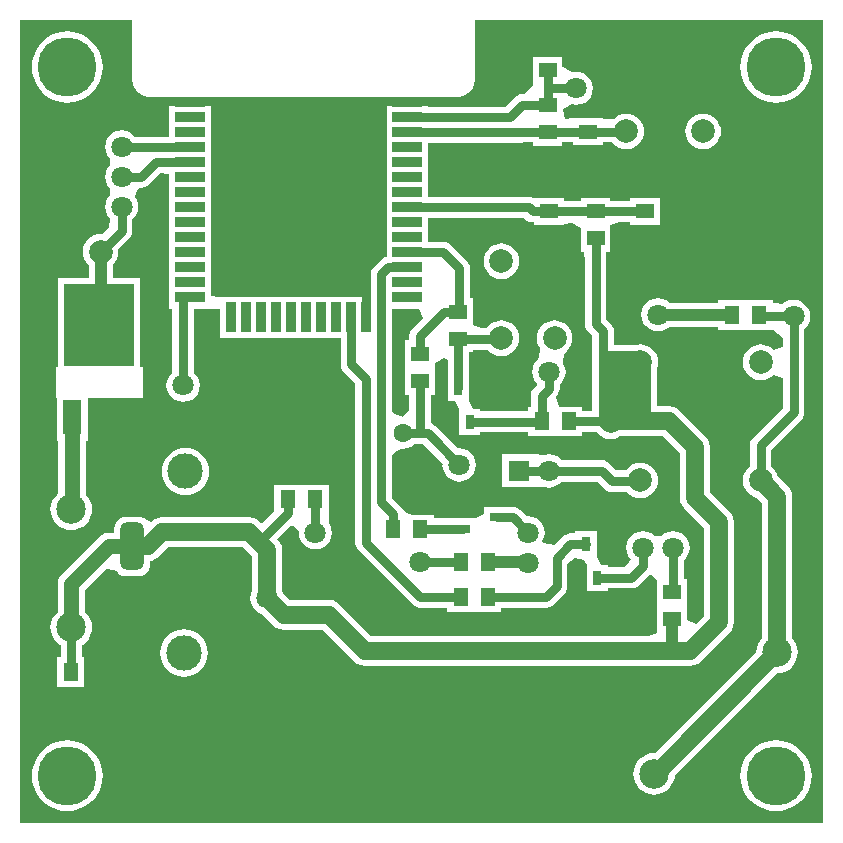
<source format=gbl>
G04 Layer_Physical_Order=2*
G04 Layer_Color=16711680*
%FSLAX25Y25*%
%MOIN*%
G70*
G01*
G75*
%ADD10C,0.19685*%
%ADD11C,0.03937*%
%ADD13C,0.07087*%
%ADD14C,0.07874*%
G04:AMPARAMS|DCode=15|XSize=157.48mil|YSize=78.74mil|CornerRadius=19.68mil|HoleSize=0mil|Usage=FLASHONLY|Rotation=90.000|XOffset=0mil|YOffset=0mil|HoleType=Round|Shape=RoundedRectangle|*
%AMROUNDEDRECTD15*
21,1,0.15748,0.03937,0,0,90.0*
21,1,0.11811,0.07874,0,0,90.0*
1,1,0.03937,0.01968,0.05905*
1,1,0.03937,0.01968,-0.05905*
1,1,0.03937,-0.01968,-0.05905*
1,1,0.03937,-0.01968,0.05905*
%
%ADD15ROUNDEDRECTD15*%
G04:AMPARAMS|DCode=16|XSize=157.48mil|YSize=78.74mil|CornerRadius=19.68mil|HoleSize=0mil|Usage=FLASHONLY|Rotation=0.000|XOffset=0mil|YOffset=0mil|HoleType=Round|Shape=RoundedRectangle|*
%AMROUNDEDRECTD16*
21,1,0.15748,0.03937,0,0,0.0*
21,1,0.11811,0.07874,0,0,0.0*
1,1,0.03937,0.05905,-0.01968*
1,1,0.03937,-0.05905,-0.01968*
1,1,0.03937,-0.05905,0.01968*
1,1,0.03937,0.05905,0.01968*
%
%ADD16ROUNDEDRECTD16*%
%ADD17C,0.11811*%
%ADD18C,0.06000*%
%ADD19R,0.07087X0.07087*%
%ADD20C,0.09842*%
%ADD21C,0.06299*%
%ADD22R,0.05905X0.05118*%
%ADD23R,0.05118X0.05905*%
%ADD24R,0.19685X0.19685*%
%ADD25R,0.03543X0.09842*%
%ADD26R,0.09842X0.03543*%
%ADD27R,0.03150X0.04724*%
%ADD28R,0.04724X0.03150*%
%ADD29R,0.06299X0.11811*%
%ADD30R,0.23622X0.27559*%
%ADD31C,0.03150*%
%ADD32C,0.05905*%
%ADD33C,0.05118*%
%ADD34R,0.17500X0.20000*%
%ADD35R,0.14000X0.05000*%
G36*
X133858Y-133858D02*
X-133858D01*
Y133858D01*
X-96495D01*
Y114173D01*
Y113786D01*
X-96457Y113592D01*
Y113394D01*
X-96305Y112633D01*
X-96230Y112451D01*
X-96191Y112257D01*
X-95894Y111540D01*
X-95785Y111376D01*
X-95709Y111193D01*
X-95278Y110548D01*
X-95138Y110409D01*
X-95029Y110244D01*
X-94480Y109696D01*
X-94316Y109586D01*
X-94176Y109446D01*
X-93531Y109016D01*
X-93348Y108940D01*
X-93184Y108830D01*
X-92468Y108533D01*
X-92274Y108495D01*
X-92091Y108419D01*
X-91330Y108268D01*
X-91133D01*
X-90939Y108229D01*
X12199D01*
X12393Y108268D01*
X12590D01*
X13351Y108419D01*
X13534Y108495D01*
X13727Y108533D01*
X14444Y108830D01*
X14608Y108940D01*
X14791Y109016D01*
X15436Y109446D01*
X15576Y109586D01*
X15740Y109696D01*
X16288Y110244D01*
X16398Y110409D01*
X16538Y110548D01*
X16969Y111193D01*
X17044Y111376D01*
X17154Y111540D01*
X17451Y112257D01*
X17490Y112451D01*
X17565Y112633D01*
X17717Y113394D01*
Y113592D01*
X17755Y113786D01*
Y114173D01*
Y133858D01*
X133858D01*
Y-133858D01*
D02*
G37*
%LPC*%
G36*
X118110Y-106263D02*
X116257Y-106409D01*
X114449Y-106843D01*
X112732Y-107554D01*
X111146Y-108525D01*
X109733Y-109733D01*
X108525Y-111146D01*
X107554Y-112732D01*
X106843Y-114449D01*
X106409Y-116257D01*
X106263Y-118110D01*
X106409Y-119964D01*
X106843Y-121771D01*
X107554Y-123489D01*
X108525Y-125074D01*
X109733Y-126488D01*
X111146Y-127695D01*
X112732Y-128666D01*
X114449Y-129378D01*
X116257Y-129812D01*
X118110Y-129958D01*
X119964Y-129812D01*
X121771Y-129378D01*
X123489Y-128666D01*
X125074Y-127695D01*
X126488Y-126488D01*
X127695Y-125074D01*
X128666Y-123489D01*
X129378Y-121771D01*
X129812Y-119964D01*
X129958Y-118110D01*
X129812Y-116257D01*
X129378Y-114449D01*
X128666Y-112732D01*
X127695Y-111146D01*
X126488Y-109733D01*
X125074Y-108525D01*
X123489Y-107554D01*
X121771Y-106843D01*
X119964Y-106409D01*
X118110Y-106263D01*
D02*
G37*
G36*
X78740Y41111D02*
X77301Y40921D01*
X75960Y40366D01*
X74809Y39482D01*
X73926Y38331D01*
X73370Y36990D01*
X73181Y35551D01*
X73370Y34112D01*
X73926Y32772D01*
X74809Y31620D01*
X75960Y30737D01*
X77301Y30181D01*
X78740Y29992D01*
X80179Y30181D01*
X81520Y30737D01*
X82619Y31580D01*
X98945D01*
Y30579D01*
X104850D01*
X108000Y30579D01*
X111150Y30579D01*
X117055D01*
X117055Y30579D01*
X117277Y30606D01*
X120426Y27819D01*
Y24765D01*
X117277Y23773D01*
X117188Y23881D01*
X116289Y24619D01*
X115263Y25167D01*
X114150Y25505D01*
X112992Y25619D01*
X111834Y25505D01*
X110721Y25167D01*
X109695Y24619D01*
X108796Y23881D01*
X108058Y22982D01*
X107510Y21956D01*
X107172Y20843D01*
X107058Y19685D01*
X107172Y18527D01*
X107510Y17414D01*
X108058Y16388D01*
X108796Y15489D01*
X109695Y14751D01*
X110721Y14203D01*
X111834Y13865D01*
X112992Y13751D01*
X114150Y13865D01*
X115263Y14203D01*
X116289Y14751D01*
X117188Y15489D01*
X117277Y15597D01*
X120426Y14605D01*
Y4480D01*
X110465Y-5481D01*
X109897Y-6221D01*
X109540Y-7083D01*
X109418Y-8008D01*
Y-14978D01*
X108796Y-15489D01*
X108058Y-16388D01*
X107510Y-17414D01*
X107172Y-18527D01*
X107058Y-19685D01*
X107172Y-20843D01*
X107510Y-21956D01*
X108058Y-22982D01*
X108796Y-23881D01*
X109695Y-24619D01*
X110721Y-25167D01*
X111774Y-25487D01*
X113536Y-27249D01*
Y-72164D01*
X112724Y-73154D01*
X112084Y-74351D01*
X111690Y-75649D01*
X111568Y-76893D01*
X77849Y-110611D01*
X77500Y-110577D01*
X76149Y-110710D01*
X74851Y-111104D01*
X73654Y-111744D01*
X72605Y-112605D01*
X71744Y-113654D01*
X71104Y-114851D01*
X70710Y-116149D01*
X70577Y-117500D01*
X70710Y-118851D01*
X71104Y-120149D01*
X71744Y-121346D01*
X72605Y-122395D01*
X73654Y-123256D01*
X74851Y-123896D01*
X76149Y-124290D01*
X77500Y-124423D01*
X78851Y-124290D01*
X80149Y-123896D01*
X81346Y-123256D01*
X82395Y-122395D01*
X83256Y-121346D01*
X83896Y-120149D01*
X84290Y-118851D01*
X84360Y-118140D01*
X118588Y-83912D01*
X119831Y-83790D01*
X121130Y-83396D01*
X122327Y-82756D01*
X123376Y-81895D01*
X124237Y-80846D01*
X124876Y-79649D01*
X125270Y-78351D01*
X125403Y-77000D01*
X125270Y-75649D01*
X124876Y-74351D01*
X124237Y-73154D01*
X123464Y-72212D01*
Y-25193D01*
X123295Y-23908D01*
X122799Y-22711D01*
X122010Y-21683D01*
X118794Y-18467D01*
X118474Y-17414D01*
X117926Y-16388D01*
X117188Y-15489D01*
X116566Y-14978D01*
Y-9488D01*
X126527Y473D01*
X127095Y1213D01*
X127452Y2075D01*
X127574Y3000D01*
Y30795D01*
X127931Y31069D01*
X128815Y32220D01*
X129370Y33561D01*
X129559Y35000D01*
X129370Y36439D01*
X128815Y37780D01*
X127931Y38931D01*
X126780Y39815D01*
X125439Y40370D01*
X124000Y40559D01*
X122561Y40370D01*
X121220Y39815D01*
X120205Y39035D01*
X118042Y39375D01*
X117055Y39592D01*
Y40421D01*
X111150D01*
X108000Y40421D01*
X104850Y40421D01*
X98945D01*
Y39522D01*
X82619D01*
X81520Y40366D01*
X80179Y40921D01*
X78740Y41111D01*
D02*
G37*
G36*
X-78740Y-8804D02*
X-80284Y-8957D01*
X-81768Y-9407D01*
X-83136Y-10138D01*
X-84335Y-11122D01*
X-85319Y-12321D01*
X-86050Y-13689D01*
X-86500Y-15173D01*
X-86652Y-16716D01*
X-86500Y-18260D01*
X-86050Y-19744D01*
X-85319Y-21112D01*
X-84335Y-22311D01*
X-83136Y-23295D01*
X-81768Y-24026D01*
X-80284Y-24477D01*
X-78740Y-24629D01*
X-77197Y-24477D01*
X-75712Y-24026D01*
X-74344Y-23295D01*
X-73146Y-22311D01*
X-72162Y-21112D01*
X-71430Y-19744D01*
X-70980Y-18260D01*
X-70828Y-16716D01*
X-70980Y-15173D01*
X-71430Y-13689D01*
X-72162Y-12321D01*
X-73146Y-11122D01*
X-74344Y-10138D01*
X-75712Y-9407D01*
X-77197Y-8957D01*
X-78740Y-8804D01*
D02*
G37*
G36*
X-79240Y-69304D02*
X-80784Y-69456D01*
X-82268Y-69907D01*
X-83636Y-70638D01*
X-84835Y-71622D01*
X-85819Y-72821D01*
X-86550Y-74189D01*
X-87000Y-75673D01*
X-87152Y-77217D01*
X-87000Y-78760D01*
X-86550Y-80244D01*
X-85819Y-81612D01*
X-84835Y-82811D01*
X-83636Y-83795D01*
X-82268Y-84526D01*
X-80784Y-84977D01*
X-79240Y-85129D01*
X-77697Y-84977D01*
X-76212Y-84526D01*
X-74844Y-83795D01*
X-73646Y-82811D01*
X-72662Y-81612D01*
X-71930Y-80244D01*
X-71480Y-78760D01*
X-71328Y-77217D01*
X-71480Y-75673D01*
X-71930Y-74189D01*
X-72662Y-72821D01*
X-73646Y-71622D01*
X-74844Y-70638D01*
X-76212Y-69907D01*
X-77697Y-69456D01*
X-79240Y-69304D01*
D02*
G37*
G36*
X-118110Y-106263D02*
X-119964Y-106409D01*
X-121771Y-106843D01*
X-123489Y-107554D01*
X-125074Y-108525D01*
X-126488Y-109733D01*
X-127695Y-111146D01*
X-128666Y-112732D01*
X-129378Y-114449D01*
X-129812Y-116257D01*
X-129958Y-118110D01*
X-129812Y-119964D01*
X-129378Y-121771D01*
X-128666Y-123489D01*
X-127695Y-125074D01*
X-126488Y-126488D01*
X-125074Y-127695D01*
X-123489Y-128666D01*
X-121771Y-129378D01*
X-119964Y-129812D01*
X-118110Y-129958D01*
X-116257Y-129812D01*
X-114449Y-129378D01*
X-112732Y-128666D01*
X-111146Y-127695D01*
X-109733Y-126488D01*
X-108525Y-125074D01*
X-107554Y-123489D01*
X-106843Y-121771D01*
X-106409Y-119964D01*
X-106263Y-118110D01*
X-106409Y-116257D01*
X-106843Y-114449D01*
X-107554Y-112732D01*
X-108525Y-111146D01*
X-109733Y-109733D01*
X-111146Y-108525D01*
X-112732Y-107554D01*
X-114449Y-106843D01*
X-116257Y-106409D01*
X-118110Y-106263D01*
D02*
G37*
G36*
X118110Y129958D02*
X116257Y129812D01*
X114449Y129378D01*
X112732Y128666D01*
X111146Y127695D01*
X109733Y126488D01*
X108525Y125074D01*
X107554Y123489D01*
X106843Y121771D01*
X106409Y119964D01*
X106263Y118110D01*
X106409Y116257D01*
X106843Y114449D01*
X107554Y112732D01*
X108525Y111146D01*
X109733Y109733D01*
X111146Y108525D01*
X112732Y107554D01*
X114449Y106843D01*
X116257Y106409D01*
X118110Y106263D01*
X119964Y106409D01*
X121771Y106843D01*
X123489Y107554D01*
X125074Y108525D01*
X126488Y109733D01*
X127695Y111146D01*
X128666Y112732D01*
X129378Y114449D01*
X129812Y116257D01*
X129958Y118110D01*
X129812Y119964D01*
X129378Y121771D01*
X128666Y123489D01*
X127695Y125074D01*
X126488Y126488D01*
X125074Y127695D01*
X123489Y128666D01*
X121771Y129378D01*
X119964Y129812D01*
X118110Y129958D01*
D02*
G37*
G36*
X46921Y121500D02*
X37079D01*
Y112445D01*
X37079D01*
Y112223D01*
X34336Y109074D01*
X33500D01*
X33500Y109074D01*
X32575Y108952D01*
X31713Y108595D01*
X30973Y108027D01*
X27858Y104912D01*
X2126D01*
Y105079D01*
X-11654D01*
Y97598D01*
Y92598D01*
Y87598D01*
Y82598D01*
Y77598D01*
Y72598D01*
Y67598D01*
X-11614D01*
Y62598D01*
Y57598D01*
Y54853D01*
X-12086Y54791D01*
X-12948Y54434D01*
X-13689Y53866D01*
X-16027Y51527D01*
X-16595Y50787D01*
X-16952Y49925D01*
X-17074Y49000D01*
Y42780D01*
X-19724Y41575D01*
X-27205D01*
Y41535D01*
X-67126D01*
X-67205Y41535D01*
X-70276Y41726D01*
Y47598D01*
Y52598D01*
Y57598D01*
Y62598D01*
Y70079D01*
X-70315D01*
Y72598D01*
Y77598D01*
Y82598D01*
Y87598D01*
Y92598D01*
Y97598D01*
Y105079D01*
X-84095D01*
Y97598D01*
Y94912D01*
X-95671D01*
X-96069Y95431D01*
X-97220Y96315D01*
X-98561Y96870D01*
X-100000Y97059D01*
X-101439Y96870D01*
X-102780Y96315D01*
X-103931Y95431D01*
X-104815Y94280D01*
X-105370Y92939D01*
X-105559Y91500D01*
X-105370Y90061D01*
X-104815Y88720D01*
X-103931Y87569D01*
Y85431D01*
X-104815Y84280D01*
X-105370Y82939D01*
X-105559Y81500D01*
X-105370Y80061D01*
X-104815Y78720D01*
X-103931Y77569D01*
Y75431D01*
X-104815Y74280D01*
X-105370Y72939D01*
X-105559Y71500D01*
X-105370Y70061D01*
X-104815Y68720D01*
X-103931Y67569D01*
X-104118Y64542D01*
X-106498Y62385D01*
X-107000Y62434D01*
X-108158Y62320D01*
X-109271Y61982D01*
X-110297Y61434D01*
X-111196Y60696D01*
X-111934Y59797D01*
X-112482Y58771D01*
X-112820Y57658D01*
X-112934Y56500D01*
X-112820Y55342D01*
X-112482Y54229D01*
X-111934Y53203D01*
X-111196Y52304D01*
X-110971Y52119D01*
Y47748D01*
X-121280D01*
Y18000D01*
X-122047D01*
Y7874D01*
X-121614D01*
Y-6559D01*
X-121063D01*
Y-23893D01*
X-121704Y-24420D01*
X-122565Y-25469D01*
X-123205Y-26666D01*
X-123599Y-27964D01*
X-123732Y-29315D01*
X-123599Y-30666D01*
X-123205Y-31964D01*
X-122565Y-33161D01*
X-121704Y-34210D01*
X-120655Y-35071D01*
X-119458Y-35711D01*
X-118159Y-36105D01*
X-116809Y-36238D01*
X-115458Y-36105D01*
X-114159Y-35711D01*
X-112962Y-35071D01*
X-111913Y-34210D01*
X-111052Y-33161D01*
X-110413Y-31964D01*
X-110019Y-30666D01*
X-109886Y-29315D01*
X-110019Y-27964D01*
X-110413Y-26666D01*
X-111052Y-25469D01*
X-111913Y-24420D01*
X-111929Y-24406D01*
Y-6559D01*
X-111378D01*
Y7874D01*
X-93000D01*
Y18000D01*
X-93721D01*
Y47748D01*
X-103029D01*
Y52119D01*
X-102804Y52304D01*
X-102066Y53203D01*
X-101518Y54229D01*
X-101180Y55342D01*
X-101066Y56500D01*
X-101145Y57301D01*
X-97473Y60973D01*
X-97473Y60973D01*
X-96905Y61713D01*
X-96548Y62575D01*
X-96426Y63500D01*
Y67295D01*
X-96069Y67569D01*
X-95186Y68720D01*
X-94630Y70061D01*
X-94441Y71500D01*
X-94630Y72939D01*
X-95186Y74280D01*
X-95567Y74777D01*
X-94865Y76996D01*
X-94149Y77926D01*
X-93500D01*
X-92575Y78048D01*
X-91713Y78405D01*
X-90973Y78973D01*
X-87244Y82702D01*
X-84095Y82613D01*
Y77598D01*
Y72598D01*
Y67598D01*
X-84055D01*
Y62598D01*
Y57598D01*
Y52598D01*
Y47598D01*
Y42598D01*
Y37598D01*
X-83074D01*
Y16205D01*
X-83431Y15931D01*
X-84315Y14780D01*
X-84870Y13439D01*
X-85059Y12000D01*
X-84870Y10561D01*
X-84315Y9220D01*
X-83431Y8069D01*
X-82280Y7186D01*
X-80939Y6630D01*
X-79500Y6441D01*
X-78061Y6630D01*
X-76720Y7186D01*
X-75569Y8069D01*
X-74686Y9220D01*
X-74130Y10561D01*
X-73941Y12000D01*
X-74130Y13439D01*
X-74686Y14780D01*
X-75569Y15931D01*
X-75926Y16205D01*
Y37598D01*
X-70354D01*
X-70276Y37598D01*
X-67205Y37408D01*
Y27756D01*
X-27038D01*
Y18965D01*
X-26917Y18040D01*
X-26560Y17178D01*
X-25992Y16438D01*
X-22074Y12520D01*
Y-40500D01*
X-21952Y-41425D01*
X-21595Y-42287D01*
X-21027Y-43027D01*
X-3027Y-61027D01*
X-3027Y-61027D01*
X-2287Y-61595D01*
X-1425Y-61952D01*
X-500Y-62074D01*
X8445D01*
Y-63421D01*
X14350D01*
X17500Y-63421D01*
X20650Y-63421D01*
X26555D01*
Y-62074D01*
X41500D01*
X42425Y-61952D01*
X43287Y-61595D01*
X44027Y-61027D01*
X47527Y-57527D01*
X48095Y-56787D01*
X48452Y-55925D01*
X48574Y-55000D01*
X48574Y-55000D01*
Y-47719D01*
X51187Y-45686D01*
X54077Y-46200D01*
X54957Y-47780D01*
X54957Y-48370D01*
Y-51878D01*
X54926Y-52110D01*
X54957Y-52342D01*
Y-56441D01*
X62043D01*
Y-55684D01*
X69890D01*
X70815Y-55562D01*
X71677Y-55205D01*
X72417Y-54637D01*
X76009Y-51045D01*
X78568Y-52803D01*
X78579Y-52812D01*
Y-58350D01*
X78579Y-61500D01*
X78579Y-64650D01*
Y-70555D01*
X75836Y-71536D01*
X-16944D01*
X-27490Y-60990D01*
X-28518Y-60201D01*
X-29715Y-59705D01*
X-31000Y-59536D01*
X-43944D01*
X-46279Y-57201D01*
X-46536Y-56580D01*
Y-43000D01*
X-46705Y-41715D01*
X-47201Y-40518D01*
X-47990Y-39490D01*
X-48213Y-39267D01*
X-43713Y-34767D01*
X-42860Y-35037D01*
X-40898Y-36406D01*
X-40992Y-37126D01*
X-40803Y-38565D01*
X-40248Y-39906D01*
X-39364Y-41057D01*
X-38213Y-41941D01*
X-36872Y-42496D01*
X-35433Y-42685D01*
X-33994Y-42496D01*
X-32653Y-41941D01*
X-31502Y-41057D01*
X-30619Y-39906D01*
X-30063Y-38565D01*
X-29874Y-37126D01*
X-30063Y-35687D01*
X-30619Y-34346D01*
X-30858Y-34035D01*
X-30945Y-30921D01*
X-30945D01*
Y-21079D01*
X-36850D01*
X-40000Y-21079D01*
X-43150Y-21079D01*
X-49055D01*
Y-30001D01*
X-53267Y-34213D01*
X-53990Y-33490D01*
X-55018Y-32701D01*
X-56215Y-32205D01*
X-57500Y-32036D01*
X-86500D01*
X-87785Y-32205D01*
X-88982Y-32701D01*
X-90285Y-33410D01*
X-91680Y-33003D01*
X-92503Y-32372D01*
X-93460Y-31975D01*
X-94488Y-31840D01*
X-98425D01*
X-99453Y-31975D01*
X-100411Y-32372D01*
X-101233Y-33003D01*
X-101864Y-33825D01*
X-102261Y-34783D01*
X-102396Y-35811D01*
Y-37150D01*
X-104217D01*
X-105398Y-37306D01*
X-106500Y-37762D01*
X-107446Y-38487D01*
X-120038Y-51080D01*
X-120764Y-52025D01*
X-121220Y-53127D01*
X-121375Y-54309D01*
Y-63520D01*
X-121704Y-63790D01*
X-122565Y-64839D01*
X-123205Y-66036D01*
X-123599Y-67334D01*
X-123732Y-68685D01*
X-123599Y-70036D01*
X-123205Y-71334D01*
X-122565Y-72531D01*
X-121704Y-73580D01*
X-120655Y-74441D01*
X-120383Y-74587D01*
Y-78579D01*
X-121500D01*
Y-88421D01*
X-112445D01*
Y-78579D01*
X-113235D01*
Y-74587D01*
X-112962Y-74441D01*
X-111913Y-73580D01*
X-111052Y-72531D01*
X-110413Y-71334D01*
X-110019Y-70036D01*
X-109886Y-68685D01*
X-110019Y-67334D01*
X-110413Y-66036D01*
X-111052Y-64839D01*
X-111913Y-63790D01*
X-112242Y-63520D01*
Y-56200D01*
X-105281Y-49239D01*
X-104910Y-49167D01*
X-102672Y-49491D01*
X-101574Y-49986D01*
X-101233Y-50430D01*
X-100411Y-51061D01*
X-99453Y-51458D01*
X-98425Y-51593D01*
X-94488D01*
X-93460Y-51458D01*
X-92503Y-51061D01*
X-91680Y-50430D01*
X-91049Y-49608D01*
X-90653Y-48650D01*
X-90517Y-47622D01*
Y-46588D01*
X-89932Y-46511D01*
X-88735Y-46015D01*
X-87707Y-45226D01*
X-84444Y-41964D01*
X-59556D01*
X-56464Y-45056D01*
Y-56580D01*
X-56870Y-57561D01*
X-57059Y-59000D01*
X-56870Y-60439D01*
X-56314Y-61780D01*
X-55431Y-62931D01*
X-54280Y-63815D01*
X-53299Y-64221D01*
X-49510Y-68010D01*
X-48482Y-68799D01*
X-47285Y-69295D01*
X-46000Y-69464D01*
X-33056D01*
X-22510Y-80010D01*
X-21482Y-80799D01*
X-20285Y-81295D01*
X-19000Y-81464D01*
X89500D01*
X90785Y-81295D01*
X91982Y-80799D01*
X93010Y-80010D01*
X102510Y-70510D01*
X103299Y-69482D01*
X103795Y-68285D01*
X103964Y-67000D01*
Y-33500D01*
X103795Y-32215D01*
X103299Y-31018D01*
X102510Y-29990D01*
X95964Y-23444D01*
Y-8500D01*
X95795Y-7215D01*
X95299Y-6018D01*
X94510Y-4990D01*
X86010Y3510D01*
X84982Y4299D01*
X83785Y4795D01*
X82500Y4964D01*
X78507D01*
Y18041D01*
X78655Y18527D01*
X78769Y19685D01*
X78655Y20843D01*
X78317Y21956D01*
X77769Y22982D01*
X77031Y23881D01*
X76131Y24619D01*
X75106Y25167D01*
X73992Y25505D01*
X72835Y25619D01*
X71697Y25507D01*
X64074D01*
Y30000D01*
X63952Y30925D01*
X63595Y31787D01*
X63027Y32527D01*
X61546Y34008D01*
Y53165D01*
X61574Y53374D01*
X61574Y53374D01*
Y56445D01*
X62921D01*
Y62350D01*
X62921Y65500D01*
X65676Y66454D01*
X69579D01*
Y65500D01*
X79421D01*
Y74555D01*
X69579D01*
Y73601D01*
X62921D01*
Y74555D01*
X53079D01*
Y73546D01*
X47421D01*
Y74500D01*
X37579D01*
X37579Y74500D01*
X36586Y74791D01*
X35661Y74913D01*
X2126D01*
Y77598D01*
Y82598D01*
Y87598D01*
Y92765D01*
X12839D01*
X13764Y92887D01*
X13793Y92899D01*
X33445D01*
X33864Y92954D01*
X37079D01*
Y91945D01*
X46921D01*
Y92954D01*
X50579D01*
Y92000D01*
X60421D01*
Y92954D01*
X63592D01*
X64009Y92446D01*
X64908Y91708D01*
X65934Y91159D01*
X67047Y90822D01*
X68205Y90708D01*
X69362Y90822D01*
X70476Y91159D01*
X71501Y91708D01*
X72401Y92446D01*
X73139Y93345D01*
X73687Y94371D01*
X74025Y95484D01*
X74139Y96642D01*
X74025Y97799D01*
X73687Y98913D01*
X73139Y99938D01*
X72401Y100838D01*
X71501Y101576D01*
X70476Y102124D01*
X69362Y102462D01*
X68205Y102576D01*
X67047Y102462D01*
X65934Y102124D01*
X64908Y101576D01*
X64009Y100838D01*
X60680Y100798D01*
X60421Y101055D01*
Y101055D01*
X50579D01*
Y101055D01*
X47718Y100856D01*
X47120Y103935D01*
X47175Y104011D01*
X50061Y105630D01*
X51500Y105441D01*
X52939Y105630D01*
X54280Y106185D01*
X55431Y107069D01*
X56314Y108220D01*
X56870Y109561D01*
X57059Y111000D01*
X56870Y112439D01*
X56314Y113780D01*
X55431Y114931D01*
X54280Y115815D01*
X52939Y116370D01*
X51500Y116559D01*
X50061Y116370D01*
X47175Y117989D01*
X46921Y118345D01*
Y121500D01*
D02*
G37*
G36*
X93795Y102576D02*
X92638Y102462D01*
X91524Y102124D01*
X90499Y101576D01*
X89599Y100838D01*
X88861Y99938D01*
X88313Y98913D01*
X87975Y97799D01*
X87861Y96642D01*
X87975Y95484D01*
X88313Y94371D01*
X88861Y93345D01*
X89599Y92446D01*
X90499Y91708D01*
X91524Y91159D01*
X92638Y90822D01*
X93795Y90708D01*
X94953Y90822D01*
X96066Y91159D01*
X97092Y91708D01*
X97991Y92446D01*
X98729Y93345D01*
X99278Y94371D01*
X99615Y95484D01*
X99729Y96642D01*
X99615Y97799D01*
X99278Y98913D01*
X98729Y99938D01*
X97991Y100838D01*
X97092Y101576D01*
X96066Y102124D01*
X94953Y102462D01*
X93795Y102576D01*
D02*
G37*
G36*
X-118110Y129958D02*
X-119964Y129812D01*
X-121771Y129378D01*
X-123489Y128666D01*
X-125074Y127695D01*
X-126488Y126488D01*
X-127695Y125074D01*
X-128666Y123489D01*
X-129378Y121771D01*
X-129812Y119964D01*
X-129958Y118110D01*
X-129812Y116257D01*
X-129378Y114449D01*
X-128666Y112732D01*
X-127695Y111146D01*
X-126488Y109733D01*
X-125074Y108525D01*
X-123489Y107554D01*
X-121771Y106843D01*
X-119964Y106409D01*
X-118110Y106263D01*
X-116257Y106409D01*
X-114449Y106843D01*
X-112732Y107554D01*
X-111146Y108525D01*
X-109733Y109733D01*
X-108525Y111146D01*
X-107554Y112732D01*
X-106843Y114449D01*
X-106409Y116257D01*
X-106263Y118110D01*
X-106409Y119964D01*
X-106843Y121771D01*
X-107554Y123489D01*
X-108525Y125074D01*
X-109733Y126488D01*
X-111146Y127695D01*
X-112732Y128666D01*
X-114449Y129378D01*
X-116257Y129812D01*
X-118110Y129958D01*
D02*
G37*
%LPD*%
G36*
X8686Y20376D02*
Y11110D01*
X8716Y10878D01*
Y6780D01*
X11031D01*
X12457Y4220D01*
X12457Y3630D01*
Y122D01*
X12426Y-110D01*
X12457Y-342D01*
Y-4441D01*
X19543D01*
Y-3684D01*
X35445D01*
Y-4921D01*
X41350D01*
X44500Y-4921D01*
X47650Y-4921D01*
X53555D01*
Y-3574D01*
X58285D01*
X58796Y-4196D01*
X59695Y-4934D01*
X60721Y-5482D01*
X61835Y-5820D01*
X62992Y-5934D01*
X64150Y-5820D01*
X65263Y-5482D01*
X66233Y-4964D01*
X80444D01*
X86036Y-10556D01*
Y-25500D01*
X86205Y-26785D01*
X86701Y-27982D01*
X87490Y-29010D01*
X94036Y-35556D01*
Y-64944D01*
X91571Y-67409D01*
X88421Y-66105D01*
X88421Y-61500D01*
X88421Y-58350D01*
Y-52445D01*
X87314D01*
Y-46331D01*
X87671Y-46057D01*
X88555Y-44906D01*
X89110Y-43565D01*
X89299Y-42126D01*
X89110Y-40687D01*
X88555Y-39346D01*
X87671Y-38195D01*
X86520Y-37311D01*
X85179Y-36756D01*
X83740Y-36567D01*
X82301Y-36756D01*
X80961Y-37311D01*
X79809Y-38195D01*
X77671D01*
X76520Y-37311D01*
X75179Y-36756D01*
X73740Y-36567D01*
X72301Y-36756D01*
X70960Y-37311D01*
X69809Y-38195D01*
X68926Y-39346D01*
X68370Y-40687D01*
X68181Y-42126D01*
X68370Y-43565D01*
X68926Y-44906D01*
X69707Y-45924D01*
X69227Y-46805D01*
X67880Y-48536D01*
X62043D01*
Y-47780D01*
X59729D01*
X58303Y-45221D01*
X58303Y-44630D01*
Y-41122D01*
X58334Y-40890D01*
X58303Y-40658D01*
Y-36559D01*
X51217D01*
Y-37316D01*
X49610D01*
X48685Y-37438D01*
X47823Y-37795D01*
X47083Y-38363D01*
X47083Y-38363D01*
X44295Y-41151D01*
X40468Y-40678D01*
X40418Y-40608D01*
X40248Y-39906D01*
X40803Y-38565D01*
X40992Y-37126D01*
X40803Y-35687D01*
X40248Y-34346D01*
X39364Y-33195D01*
X38213Y-32311D01*
X36872Y-31756D01*
X35433Y-31567D01*
X34987Y-31625D01*
X32834Y-29473D01*
X32094Y-28905D01*
X31232Y-28548D01*
X30307Y-28426D01*
X25110D01*
X24878Y-28457D01*
X20779D01*
Y-30771D01*
X18221Y-32197D01*
X17630Y-32197D01*
X14122D01*
X13890Y-32166D01*
X4055D01*
Y-31079D01*
X-1850D01*
X-2935Y-31079D01*
X-3155Y-31073D01*
X-4841Y-30491D01*
X-6405Y-29213D01*
X-6973Y-28473D01*
X-6973Y-28473D01*
X-9926Y-25520D01*
Y-11388D01*
X-8801Y-10277D01*
X-6776Y-9081D01*
X-6157Y-9162D01*
X-4821Y-8986D01*
X-3576Y-8471D01*
X-2507Y-7650D01*
X555Y-7609D01*
X6999Y-14054D01*
X6941Y-14500D01*
X7130Y-15939D01*
X7685Y-17280D01*
X8569Y-18431D01*
X9720Y-19315D01*
X11061Y-19870D01*
X12500Y-20059D01*
X13939Y-19870D01*
X15280Y-19315D01*
X16431Y-18431D01*
X17314Y-17280D01*
X17870Y-15939D01*
X18059Y-14500D01*
X17870Y-13061D01*
X17314Y-11720D01*
X16431Y-10569D01*
X15280Y-9685D01*
X13939Y-9130D01*
X12500Y-8941D01*
X12054Y-8999D01*
X4527Y-1473D01*
X3787Y-905D01*
X3074Y-610D01*
Y8945D01*
X4421D01*
Y14850D01*
X4421Y18000D01*
X4421D01*
Y18000D01*
X4421D01*
Y19552D01*
X7571Y21172D01*
X8686Y20376D01*
D02*
G37*
G36*
X34501Y67445D02*
X35241Y66877D01*
X36103Y66520D01*
X37028Y66399D01*
X37579D01*
Y65445D01*
X47421D01*
Y65910D01*
X50248Y66270D01*
X53079Y64447D01*
X53079Y62350D01*
Y56445D01*
X53966D01*
X54399Y53347D01*
Y32528D01*
X54520Y31603D01*
X54877Y30741D01*
X55445Y30000D01*
X56926Y28520D01*
Y3574D01*
X53555D01*
Y4921D01*
X47650D01*
X45930Y4921D01*
X44625Y8071D01*
X44929Y8375D01*
X45497Y9115D01*
X45854Y9977D01*
X45975Y10902D01*
Y12295D01*
X46333Y12569D01*
X47216Y13720D01*
X47771Y15061D01*
X47961Y16500D01*
X47771Y17939D01*
X47253Y19192D01*
X47199Y19357D01*
X47147Y19598D01*
X47531Y22407D01*
X47976Y23140D01*
X48487Y23560D01*
X49225Y24459D01*
X49774Y25485D01*
X50111Y26598D01*
X50225Y27756D01*
X50111Y28914D01*
X49774Y30027D01*
X49225Y31053D01*
X48487Y31952D01*
X47588Y32690D01*
X46562Y33238D01*
X45449Y33576D01*
X44291Y33690D01*
X43134Y33576D01*
X42020Y33238D01*
X40995Y32690D01*
X40095Y31952D01*
X39357Y31053D01*
X38809Y30027D01*
X38471Y28914D01*
X38357Y27756D01*
X38471Y26598D01*
X38809Y25485D01*
X39290Y24586D01*
X39363Y24391D01*
X39417Y23749D01*
X39087Y21411D01*
X38715Y20618D01*
X38471Y20431D01*
X37587Y19280D01*
X37032Y17939D01*
X36842Y16500D01*
X37032Y15061D01*
X37587Y13720D01*
X38471Y12569D01*
X38504Y12058D01*
X37473Y11027D01*
X36905Y10287D01*
X36548Y9425D01*
X36426Y8500D01*
Y4921D01*
X35445D01*
Y3464D01*
X19543D01*
Y4220D01*
X17229D01*
X15803Y6780D01*
X15803Y7370D01*
Y10878D01*
X15834Y11110D01*
Y22973D01*
X17181D01*
Y23926D01*
X22078D01*
X22379Y23560D01*
X23278Y22822D01*
X24304Y22274D01*
X25417Y21936D01*
X26575Y21822D01*
X27733Y21936D01*
X28846Y22274D01*
X29872Y22822D01*
X30771Y23560D01*
X31509Y24459D01*
X32057Y25485D01*
X32395Y26598D01*
X32509Y27756D01*
X32395Y28914D01*
X32057Y30027D01*
X31509Y31053D01*
X30771Y31952D01*
X29872Y32690D01*
X28846Y33238D01*
X27733Y33576D01*
X26575Y33690D01*
X25417Y33576D01*
X24304Y33238D01*
X23278Y32690D01*
X22379Y31952D01*
X21658Y31074D01*
X19936D01*
X17181Y32028D01*
Y41083D01*
X16074D01*
Y51000D01*
X15952Y51925D01*
X15595Y52787D01*
X15027Y53527D01*
X9689Y58866D01*
X8948Y59434D01*
X8086Y59791D01*
X7161Y59913D01*
X2165D01*
Y62598D01*
Y67765D01*
X34181D01*
X34501Y67445D01*
D02*
G37*
G36*
X395Y34449D02*
X-3027Y31027D01*
X-3595Y30287D01*
X-3952Y29425D01*
X-4074Y28500D01*
Y27055D01*
X-5421D01*
Y18000D01*
X-5421D01*
Y18000D01*
X-5421D01*
Y8945D01*
X-4074D01*
Y3915D01*
X-6061Y1289D01*
X-8859Y2334D01*
X-9926Y3388D01*
Y37598D01*
X-910D01*
X395Y34449D01*
D02*
G37*
%LPC*%
G36*
X42402Y-10941D02*
X41063Y-11117D01*
X40874Y-11126D01*
X37913Y-10988D01*
X37913Y-10988D01*
X26890D01*
Y-22012D01*
X37913D01*
Y-22012D01*
X40874Y-21874D01*
X41063Y-21883D01*
X42402Y-22059D01*
X43840Y-21870D01*
X45181Y-21315D01*
X46333Y-20431D01*
X46607Y-20074D01*
X58520D01*
X60973Y-22527D01*
X61713Y-23095D01*
X62575Y-23452D01*
X63500Y-23574D01*
X63500Y-23574D01*
X68387D01*
X68639Y-23881D01*
X69538Y-24619D01*
X70564Y-25167D01*
X71677Y-25505D01*
X72835Y-25619D01*
X73992Y-25505D01*
X75106Y-25167D01*
X76131Y-24619D01*
X77031Y-23881D01*
X77769Y-22982D01*
X78317Y-21956D01*
X78655Y-20843D01*
X78769Y-19685D01*
X78655Y-18527D01*
X78317Y-17414D01*
X77769Y-16388D01*
X77031Y-15489D01*
X76131Y-14751D01*
X75106Y-14203D01*
X73992Y-13865D01*
X72835Y-13751D01*
X71677Y-13865D01*
X70564Y-14203D01*
X69538Y-14751D01*
X68639Y-15489D01*
X68043Y-16215D01*
X64879Y-16325D01*
X62527Y-13973D01*
X61787Y-13405D01*
X60925Y-13048D01*
X60000Y-12926D01*
X46607D01*
X46333Y-12569D01*
X45181Y-11686D01*
X43840Y-11130D01*
X42402Y-10941D01*
D02*
G37*
G36*
X26575Y59281D02*
X25417Y59167D01*
X24304Y58829D01*
X23278Y58280D01*
X22379Y57543D01*
X21641Y56643D01*
X21092Y55617D01*
X20755Y54504D01*
X20641Y53347D01*
X20755Y52189D01*
X21092Y51076D01*
X21641Y50050D01*
X22379Y49150D01*
X23278Y48412D01*
X24304Y47864D01*
X25417Y47526D01*
X26575Y47412D01*
X27733Y47526D01*
X28846Y47864D01*
X29872Y48412D01*
X30771Y49150D01*
X31509Y50050D01*
X32057Y51076D01*
X32395Y52189D01*
X32509Y53347D01*
X32395Y54504D01*
X32057Y55617D01*
X31509Y56643D01*
X30771Y57543D01*
X29872Y58280D01*
X28846Y58829D01*
X27733Y59167D01*
X26575Y59281D01*
D02*
G37*
%LPD*%
D10*
X-118110Y-118110D02*
D03*
X118110D02*
D03*
Y118110D02*
D03*
X-118110D02*
D03*
D11*
X35307Y-47000D02*
X35433Y-47126D01*
X22028Y-47000D02*
X35307D01*
X78740Y35551D02*
X103472D01*
X-116500Y-68685D02*
X-114185D01*
X-107000Y31000D02*
Y56500D01*
X83500Y-76500D02*
Y-66028D01*
D13*
X-35433Y-37126D02*
D03*
Y-47126D02*
D03*
X73740Y-42126D02*
D03*
X83740D02*
D03*
X35433Y-47126D02*
D03*
Y-37126D02*
D03*
X78740Y35551D02*
D03*
Y45551D02*
D03*
X42402Y-16500D02*
D03*
X32402Y16500D02*
D03*
X42402D02*
D03*
X-100000Y91500D02*
D03*
Y71500D02*
D03*
Y81500D02*
D03*
Y101500D02*
D03*
X-79500Y12000D02*
D03*
X-69500D02*
D03*
X-51500Y-59000D02*
D03*
X124000Y35000D02*
D03*
X51500Y111000D02*
D03*
X12500Y-14500D02*
D03*
X-500Y-47000D02*
D03*
D14*
X44291Y53347D02*
D03*
Y27756D02*
D03*
X26575Y53347D02*
D03*
Y27756D02*
D03*
X62992Y0D02*
D03*
X72835Y19685D02*
D03*
Y-19685D02*
D03*
X112992Y19685D02*
D03*
Y-19685D02*
D03*
X68205Y114358D02*
D03*
X93795D02*
D03*
X68205Y96642D02*
D03*
X93795D02*
D03*
X-107000Y56500D02*
D03*
D15*
X-96457Y-41717D02*
D03*
D16*
X-75740Y-51717D02*
D03*
X-84240Y-64217D02*
D03*
D17*
X-78740Y-16716D02*
D03*
X-79240Y-77217D02*
D03*
D18*
X-84240Y-64217D02*
D03*
X-82677D02*
D03*
X-80709D02*
D03*
X-86614D02*
D03*
X-88583D02*
D03*
X-80083Y-51717D02*
D03*
X-78114D02*
D03*
X-72209D02*
D03*
X-74177D02*
D03*
X-75740D02*
D03*
X-96457Y-46059D02*
D03*
Y-44091D02*
D03*
Y-38185D02*
D03*
Y-40154D02*
D03*
Y-41717D02*
D03*
X50000Y-27000D02*
D03*
X-54000Y12000D02*
D03*
D19*
X32402Y-16500D02*
D03*
D20*
X-116809Y-29315D02*
D03*
Y-68685D02*
D03*
X77500Y-117500D02*
D03*
X-79980D02*
D03*
X118480Y-77000D02*
D03*
X-39000D02*
D03*
D21*
X-25842Y-4000D02*
D03*
X-6157D02*
D03*
D22*
X42500Y79028D02*
D03*
Y69972D02*
D03*
X55500Y87472D02*
D03*
Y96528D02*
D03*
X42000Y126028D02*
D03*
Y116972D02*
D03*
Y105528D02*
D03*
Y96472D02*
D03*
X12260Y36555D02*
D03*
Y27500D02*
D03*
X83500Y-56972D02*
D03*
Y-66028D02*
D03*
X58000Y70028D02*
D03*
Y60972D02*
D03*
X74500D02*
D03*
Y70028D02*
D03*
X-500Y22528D02*
D03*
Y13472D02*
D03*
D23*
X-107472Y-15500D02*
D03*
X-116528D02*
D03*
X-126028Y-83500D02*
D03*
X-116972D02*
D03*
X-44528Y-26000D02*
D03*
X-35472D02*
D03*
X103472Y35500D02*
D03*
X112528D02*
D03*
X39972Y0D02*
D03*
X49028D02*
D03*
X22028Y-47000D02*
D03*
X12972D02*
D03*
X-472Y-36000D02*
D03*
X-9528D02*
D03*
X12972Y-58500D02*
D03*
X22028D02*
D03*
D24*
X-40157Y79134D02*
D03*
D25*
X-23465Y34685D02*
D03*
X-18465D02*
D03*
X-43465Y34646D02*
D03*
X-38465D02*
D03*
X-33465D02*
D03*
X-28465D02*
D03*
X-48465D02*
D03*
X-53465D02*
D03*
X-58465D02*
D03*
X-63465D02*
D03*
D26*
X-4764Y106339D02*
D03*
Y101339D02*
D03*
Y96339D02*
D03*
Y91339D02*
D03*
Y71339D02*
D03*
Y76339D02*
D03*
Y81339D02*
D03*
Y86339D02*
D03*
X-4724Y46339D02*
D03*
Y41339D02*
D03*
Y51339D02*
D03*
Y56339D02*
D03*
Y61339D02*
D03*
Y66339D02*
D03*
X-77165D02*
D03*
Y61339D02*
D03*
Y56339D02*
D03*
Y51339D02*
D03*
Y41339D02*
D03*
Y46339D02*
D03*
X-77205Y86339D02*
D03*
Y81339D02*
D03*
Y76339D02*
D03*
Y71339D02*
D03*
Y91339D02*
D03*
Y96339D02*
D03*
Y101339D02*
D03*
Y106339D02*
D03*
D27*
X54760Y-40890D02*
D03*
X62240D02*
D03*
X58500Y-52110D02*
D03*
X12260Y11110D02*
D03*
X19740D02*
D03*
X16000Y-110D02*
D03*
D28*
X13890Y-35740D02*
D03*
Y-28260D02*
D03*
X25110Y-32000D02*
D03*
D29*
X-98504Y1315D02*
D03*
X-116496D02*
D03*
D30*
X-107500Y32000D02*
D03*
D31*
X-18500Y53000D02*
X-18465Y52965D01*
Y32717D02*
Y52965D01*
X-13500Y49000D02*
X-11161Y51339D01*
X-13500Y-27000D02*
Y49000D01*
X-11161Y51339D02*
X-2756D01*
X33500Y96528D02*
X68205D01*
X41500Y-58500D02*
X45000Y-55000D01*
Y-45500D01*
X49610Y-40890D01*
X54760D01*
X58500Y-52110D02*
X69890D01*
X33445Y96472D02*
X33500Y96528D01*
X22000Y96472D02*
X33055D01*
X33445D01*
X69890Y-52110D02*
X73740Y-48260D01*
Y-42126D01*
X22028Y-58500D02*
X41500D01*
X12839Y96339D02*
X12972Y96472D01*
X22000D01*
X-2795Y96339D02*
X12839D01*
X-100000Y91339D02*
X-79173D01*
X25110Y-32000D02*
X30307D01*
X35433Y-37126D01*
X0Y-35740D02*
X13890D01*
X-9500Y-36000D02*
Y-31000D01*
X83740Y-56972D02*
Y-42126D01*
X12972Y-47000D02*
X13000D01*
X58000Y53374D02*
Y60972D01*
X57972Y53347D02*
X58000Y53374D01*
Y70028D02*
X74500D01*
X-2756Y56339D02*
X7161D01*
X12500Y51000D01*
X49028Y0D02*
X62992D01*
X42402Y10902D02*
Y16500D01*
X40000Y8500D02*
X42402Y10902D01*
X40000Y28D02*
Y8500D01*
X39972Y0D02*
X40000Y28D01*
X16000Y-110D02*
X39972D01*
X60000Y-16500D02*
X63500Y-20000D01*
X72520D01*
X72835Y-19685D01*
X32402Y-16500D02*
X42402D01*
X60000D01*
X12260Y11110D02*
Y27500D01*
X-500Y22528D02*
Y28500D01*
X7555Y36555D01*
X12500D02*
Y51000D01*
X57972Y32528D02*
Y53347D01*
X60500Y2492D02*
X62992Y0D01*
X60500Y2492D02*
Y30000D01*
X57972Y32528D02*
X60500Y30000D01*
X-13500Y-27000D02*
X-9500Y-31000D01*
X-23465Y18965D02*
Y32717D01*
Y18965D02*
X-18500Y14000D01*
X-35433Y-37126D02*
Y-26039D01*
X-35472Y-26000D02*
X-35433Y-26039D01*
X-54250Y-40250D02*
X-44528Y-30528D01*
Y-26000D01*
X-116809Y-83336D02*
Y-68685D01*
X-116972Y-83500D02*
X-116809Y-83336D01*
X112992Y-19685D02*
Y-8008D01*
X113028Y35000D02*
X124000D01*
X112528Y35500D02*
X113028Y35000D01*
X112992Y-8008D02*
X124000Y3000D01*
Y35000D01*
X-2795Y101339D02*
X29339D01*
X33500Y105500D01*
X41972D01*
X42000Y105528D01*
Y111000D02*
X51500D01*
X42000Y105528D02*
Y111000D01*
Y116972D01*
X-2795Y71339D02*
X35661D01*
X37028Y69972D01*
X56500D01*
X7555Y36555D02*
X12260D01*
Y27500D02*
X26319D01*
X26575Y27756D01*
X-100000Y81500D02*
X-93500D01*
X-88661Y86339D01*
X-79173D01*
X-500Y-4000D02*
Y13472D01*
Y-47000D02*
X12972D01*
X-6157Y-4000D02*
X2000D01*
X12500Y-14500D01*
X-116809Y-29315D02*
X-116496Y-29002D01*
X-79500Y12000D02*
Y40972D01*
X-79134Y41339D01*
X-100000Y63500D02*
Y71500D01*
X-107000Y56500D02*
X-100000Y63500D01*
X-18500Y-40500D02*
Y14000D01*
Y-40500D02*
X-500Y-58500D01*
X12972D01*
D32*
X-96457Y-41717D02*
X-91216D01*
X-86500Y-37000D01*
X-57500D01*
X-54250Y-40250D02*
X-51500Y-43000D01*
X-57500Y-37000D02*
X-54250Y-40250D01*
X-31000Y-64500D02*
X-19000Y-76500D01*
X-51500Y-59000D02*
Y-43000D01*
Y-59000D02*
X-46000Y-64500D01*
X-31000D01*
X77740Y-117740D02*
X118500Y-76980D01*
Y-25193D01*
X112992Y-19685D02*
X118500Y-25193D01*
X62992Y0D02*
X82500D01*
X91000Y-25500D02*
X99000Y-33500D01*
X91000Y-25500D02*
Y-8500D01*
X82500Y0D02*
X91000Y-8500D01*
X89500Y-76500D02*
X99000Y-67000D01*
Y-33500D01*
X-19000Y-76500D02*
X83500D01*
X89500D01*
D33*
X-104217Y-41717D02*
X-96457D01*
X-116809Y-68685D02*
Y-54309D01*
X-104217Y-41717D01*
X-116496Y-29002D02*
Y1315D01*
D34*
X67750Y10000D02*
D03*
D35*
X66000Y21000D02*
D03*
M02*

</source>
